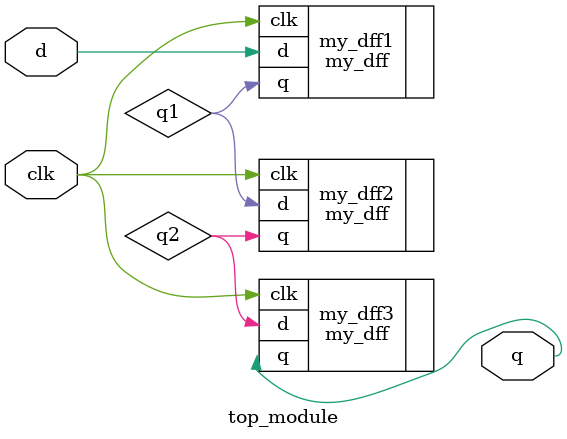
<source format=v>
module top_module ( input clk, input d, output q );
     
   
 
    wire q1; 
    
    wire q2; 
    
    my_dff my_dff1 (.clk(clk), .d(d), .q(q1));
    my_dff my_dff2 (.clk(clk), .d(q1), .q(q2));
    my_dff my_dff3 (.clk(clk), .d(q2), .q(q));

endmodule

</source>
